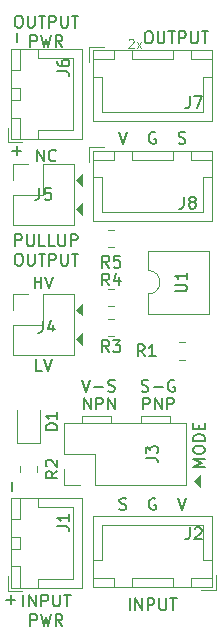
<source format=gto>
G04 #@! TF.GenerationSoftware,KiCad,Pcbnew,5.1.9+dfsg1-1*
G04 #@! TF.CreationDate,2022-11-10T16:03:50+09:00*
G04 #@! TF.ProjectId,din-photocoupler,64696e2d-7068-46f7-946f-636f75706c65,rev?*
G04 #@! TF.SameCoordinates,Original*
G04 #@! TF.FileFunction,Legend,Top*
G04 #@! TF.FilePolarity,Positive*
%FSLAX46Y46*%
G04 Gerber Fmt 4.6, Leading zero omitted, Abs format (unit mm)*
G04 Created by KiCad (PCBNEW 5.1.9+dfsg1-1) date 2022-11-10 16:03:50*
%MOMM*%
%LPD*%
G01*
G04 APERTURE LIST*
%ADD10C,0.100000*%
%ADD11C,0.150000*%
%ADD12C,0.120000*%
%ADD13C,5.700000*%
%ADD14O,2.000000X1.700000*%
%ADD15O,1.700000X1.950000*%
%ADD16R,1.700000X1.700000*%
%ADD17O,1.700000X1.700000*%
%ADD18R,1.600000X1.600000*%
%ADD19O,1.600000X1.600000*%
G04 APERTURE END LIST*
D10*
G36*
X162500000Y-101500000D02*
G01*
X162000000Y-101000000D01*
X162500000Y-100500000D01*
X162500000Y-101500000D01*
G37*
X162500000Y-101500000D02*
X162000000Y-101000000D01*
X162500000Y-100500000D01*
X162500000Y-101500000D01*
X156482142Y-63660714D02*
X156517857Y-63625000D01*
X156589285Y-63589285D01*
X156767857Y-63589285D01*
X156839285Y-63625000D01*
X156875000Y-63660714D01*
X156910714Y-63732142D01*
X156910714Y-63803571D01*
X156875000Y-63910714D01*
X156446428Y-64339285D01*
X156910714Y-64339285D01*
X157160714Y-64339285D02*
X157553571Y-63839285D01*
X157160714Y-63839285D02*
X157553571Y-64339285D01*
D11*
X157595238Y-93404761D02*
X157738095Y-93452380D01*
X157976190Y-93452380D01*
X158071428Y-93404761D01*
X158119047Y-93357142D01*
X158166666Y-93261904D01*
X158166666Y-93166666D01*
X158119047Y-93071428D01*
X158071428Y-93023809D01*
X157976190Y-92976190D01*
X157785714Y-92928571D01*
X157690476Y-92880952D01*
X157642857Y-92833333D01*
X157595238Y-92738095D01*
X157595238Y-92642857D01*
X157642857Y-92547619D01*
X157690476Y-92500000D01*
X157785714Y-92452380D01*
X158023809Y-92452380D01*
X158166666Y-92500000D01*
X158595238Y-93071428D02*
X159357142Y-93071428D01*
X160357142Y-92500000D02*
X160261904Y-92452380D01*
X160119047Y-92452380D01*
X159976190Y-92500000D01*
X159880952Y-92595238D01*
X159833333Y-92690476D01*
X159785714Y-92880952D01*
X159785714Y-93023809D01*
X159833333Y-93214285D01*
X159880952Y-93309523D01*
X159976190Y-93404761D01*
X160119047Y-93452380D01*
X160214285Y-93452380D01*
X160357142Y-93404761D01*
X160404761Y-93357142D01*
X160404761Y-93023809D01*
X160214285Y-93023809D01*
X152571428Y-92452380D02*
X152904761Y-93452380D01*
X153238095Y-92452380D01*
X153571428Y-93071428D02*
X154333333Y-93071428D01*
X154761904Y-93404761D02*
X154904761Y-93452380D01*
X155142857Y-93452380D01*
X155238095Y-93404761D01*
X155285714Y-93357142D01*
X155333333Y-93261904D01*
X155333333Y-93166666D01*
X155285714Y-93071428D01*
X155238095Y-93023809D01*
X155142857Y-92976190D01*
X154952380Y-92928571D01*
X154857142Y-92880952D01*
X154809523Y-92833333D01*
X154761904Y-92738095D01*
X154761904Y-92642857D01*
X154809523Y-92547619D01*
X154857142Y-92500000D01*
X154952380Y-92452380D01*
X155190476Y-92452380D01*
X155333333Y-92500000D01*
X157714285Y-94952380D02*
X157714285Y-93952380D01*
X158095238Y-93952380D01*
X158190476Y-94000000D01*
X158238095Y-94047619D01*
X158285714Y-94142857D01*
X158285714Y-94285714D01*
X158238095Y-94380952D01*
X158190476Y-94428571D01*
X158095238Y-94476190D01*
X157714285Y-94476190D01*
X158714285Y-94952380D02*
X158714285Y-93952380D01*
X159285714Y-94952380D01*
X159285714Y-93952380D01*
X159761904Y-94952380D02*
X159761904Y-93952380D01*
X160142857Y-93952380D01*
X160238095Y-94000000D01*
X160285714Y-94047619D01*
X160333333Y-94142857D01*
X160333333Y-94285714D01*
X160285714Y-94380952D01*
X160238095Y-94428571D01*
X160142857Y-94476190D01*
X159761904Y-94476190D01*
X152690476Y-94952380D02*
X152690476Y-93952380D01*
X153261904Y-94952380D01*
X153261904Y-93952380D01*
X153738095Y-94952380D02*
X153738095Y-93952380D01*
X154119047Y-93952380D01*
X154214285Y-94000000D01*
X154261904Y-94047619D01*
X154309523Y-94142857D01*
X154309523Y-94285714D01*
X154261904Y-94380952D01*
X154214285Y-94428571D01*
X154119047Y-94476190D01*
X153738095Y-94476190D01*
X154738095Y-94952380D02*
X154738095Y-93952380D01*
X155309523Y-94952380D01*
X155309523Y-93952380D01*
D12*
X160000000Y-95500000D02*
X160000000Y-96000000D01*
X157500000Y-95500000D02*
X160000000Y-95500000D01*
X157500000Y-96000000D02*
X157500000Y-95500000D01*
X155000000Y-95500000D02*
X155000000Y-96000000D01*
X152500000Y-95500000D02*
X155000000Y-95500000D01*
X152500000Y-96000000D02*
X152500000Y-95500000D01*
D11*
X146571428Y-101880952D02*
X146571428Y-101119047D01*
X146119047Y-111071428D02*
X146880952Y-111071428D01*
X146500000Y-111452380D02*
X146500000Y-110690476D01*
X155714285Y-103404761D02*
X155857142Y-103452380D01*
X156095238Y-103452380D01*
X156190476Y-103404761D01*
X156238095Y-103357142D01*
X156285714Y-103261904D01*
X156285714Y-103166666D01*
X156238095Y-103071428D01*
X156190476Y-103023809D01*
X156095238Y-102976190D01*
X155904761Y-102928571D01*
X155809523Y-102880952D01*
X155761904Y-102833333D01*
X155714285Y-102738095D01*
X155714285Y-102642857D01*
X155761904Y-102547619D01*
X155809523Y-102500000D01*
X155904761Y-102452380D01*
X156142857Y-102452380D01*
X156285714Y-102500000D01*
X158761904Y-102500000D02*
X158666666Y-102452380D01*
X158523809Y-102452380D01*
X158380952Y-102500000D01*
X158285714Y-102595238D01*
X158238095Y-102690476D01*
X158190476Y-102880952D01*
X158190476Y-103023809D01*
X158238095Y-103214285D01*
X158285714Y-103309523D01*
X158380952Y-103404761D01*
X158523809Y-103452380D01*
X158619047Y-103452380D01*
X158761904Y-103404761D01*
X158809523Y-103357142D01*
X158809523Y-103023809D01*
X158619047Y-103023809D01*
X160666666Y-102452380D02*
X161000000Y-103452380D01*
X161333333Y-102452380D01*
X160714285Y-72404761D02*
X160857142Y-72452380D01*
X161095238Y-72452380D01*
X161190476Y-72404761D01*
X161238095Y-72357142D01*
X161285714Y-72261904D01*
X161285714Y-72166666D01*
X161238095Y-72071428D01*
X161190476Y-72023809D01*
X161095238Y-71976190D01*
X160904761Y-71928571D01*
X160809523Y-71880952D01*
X160761904Y-71833333D01*
X160714285Y-71738095D01*
X160714285Y-71642857D01*
X160761904Y-71547619D01*
X160809523Y-71500000D01*
X160904761Y-71452380D01*
X161142857Y-71452380D01*
X161285714Y-71500000D01*
X158761904Y-71500000D02*
X158666666Y-71452380D01*
X158523809Y-71452380D01*
X158380952Y-71500000D01*
X158285714Y-71595238D01*
X158238095Y-71690476D01*
X158190476Y-71880952D01*
X158190476Y-72023809D01*
X158238095Y-72214285D01*
X158285714Y-72309523D01*
X158380952Y-72404761D01*
X158523809Y-72452380D01*
X158619047Y-72452380D01*
X158761904Y-72404761D01*
X158809523Y-72357142D01*
X158809523Y-72023809D01*
X158619047Y-72023809D01*
X155666666Y-71452380D02*
X156000000Y-72452380D01*
X156333333Y-71452380D01*
D10*
G36*
X152500000Y-89500000D02*
G01*
X152000000Y-89000000D01*
X152500000Y-88500000D01*
X152500000Y-89500000D01*
G37*
X152500000Y-89500000D02*
X152000000Y-89000000D01*
X152500000Y-88500000D01*
X152500000Y-89500000D01*
G36*
X152500000Y-87000000D02*
G01*
X152000000Y-86500000D01*
X152500000Y-86000000D01*
X152500000Y-87000000D01*
G37*
X152500000Y-87000000D02*
X152000000Y-86500000D01*
X152500000Y-86000000D01*
X152500000Y-87000000D01*
G36*
X152500000Y-78500000D02*
G01*
X152000000Y-78000000D01*
X152500000Y-77500000D01*
X152500000Y-78500000D01*
G37*
X152500000Y-78500000D02*
X152000000Y-78000000D01*
X152500000Y-77500000D01*
X152500000Y-78500000D01*
G36*
X152500000Y-76000000D02*
G01*
X152000000Y-75500000D01*
X152500000Y-75000000D01*
X152500000Y-76000000D01*
G37*
X152500000Y-76000000D02*
X152000000Y-75500000D01*
X152500000Y-75000000D01*
X152500000Y-76000000D01*
D11*
X148535714Y-84702380D02*
X148535714Y-83702380D01*
X148535714Y-84178571D02*
X149107142Y-84178571D01*
X149107142Y-84702380D02*
X149107142Y-83702380D01*
X149440476Y-83702380D02*
X149773809Y-84702380D01*
X150107142Y-83702380D01*
X149130952Y-91702380D02*
X148654761Y-91702380D01*
X148654761Y-90702380D01*
X149321428Y-90702380D02*
X149654761Y-91702380D01*
X149988095Y-90702380D01*
X147071428Y-63880952D02*
X147071428Y-63119047D01*
X146619047Y-73071428D02*
X147380952Y-73071428D01*
X147000000Y-73452380D02*
X147000000Y-72690476D01*
X147095238Y-61627380D02*
X147285714Y-61627380D01*
X147380952Y-61675000D01*
X147476190Y-61770238D01*
X147523809Y-61960714D01*
X147523809Y-62294047D01*
X147476190Y-62484523D01*
X147380952Y-62579761D01*
X147285714Y-62627380D01*
X147095238Y-62627380D01*
X147000000Y-62579761D01*
X146904761Y-62484523D01*
X146857142Y-62294047D01*
X146857142Y-61960714D01*
X146904761Y-61770238D01*
X147000000Y-61675000D01*
X147095238Y-61627380D01*
X147952380Y-61627380D02*
X147952380Y-62436904D01*
X148000000Y-62532142D01*
X148047619Y-62579761D01*
X148142857Y-62627380D01*
X148333333Y-62627380D01*
X148428571Y-62579761D01*
X148476190Y-62532142D01*
X148523809Y-62436904D01*
X148523809Y-61627380D01*
X148857142Y-61627380D02*
X149428571Y-61627380D01*
X149142857Y-62627380D02*
X149142857Y-61627380D01*
X149761904Y-62627380D02*
X149761904Y-61627380D01*
X150142857Y-61627380D01*
X150238095Y-61675000D01*
X150285714Y-61722619D01*
X150333333Y-61817857D01*
X150333333Y-61960714D01*
X150285714Y-62055952D01*
X150238095Y-62103571D01*
X150142857Y-62151190D01*
X149761904Y-62151190D01*
X150761904Y-61627380D02*
X150761904Y-62436904D01*
X150809523Y-62532142D01*
X150857142Y-62579761D01*
X150952380Y-62627380D01*
X151142857Y-62627380D01*
X151238095Y-62579761D01*
X151285714Y-62532142D01*
X151333333Y-62436904D01*
X151333333Y-61627380D01*
X151666666Y-61627380D02*
X152238095Y-61627380D01*
X151952380Y-62627380D02*
X151952380Y-61627380D01*
X148166666Y-64277380D02*
X148166666Y-63277380D01*
X148547619Y-63277380D01*
X148642857Y-63325000D01*
X148690476Y-63372619D01*
X148738095Y-63467857D01*
X148738095Y-63610714D01*
X148690476Y-63705952D01*
X148642857Y-63753571D01*
X148547619Y-63801190D01*
X148166666Y-63801190D01*
X149071428Y-63277380D02*
X149309523Y-64277380D01*
X149500000Y-63563095D01*
X149690476Y-64277380D01*
X149928571Y-63277380D01*
X150880952Y-64277380D02*
X150547619Y-63801190D01*
X150309523Y-64277380D02*
X150309523Y-63277380D01*
X150690476Y-63277380D01*
X150785714Y-63325000D01*
X150833333Y-63372619D01*
X150880952Y-63467857D01*
X150880952Y-63610714D01*
X150833333Y-63705952D01*
X150785714Y-63753571D01*
X150690476Y-63801190D01*
X150309523Y-63801190D01*
X147571428Y-111627380D02*
X147571428Y-110627380D01*
X148047619Y-111627380D02*
X148047619Y-110627380D01*
X148619047Y-111627380D01*
X148619047Y-110627380D01*
X149095238Y-111627380D02*
X149095238Y-110627380D01*
X149476190Y-110627380D01*
X149571428Y-110675000D01*
X149619047Y-110722619D01*
X149666666Y-110817857D01*
X149666666Y-110960714D01*
X149619047Y-111055952D01*
X149571428Y-111103571D01*
X149476190Y-111151190D01*
X149095238Y-111151190D01*
X150095238Y-110627380D02*
X150095238Y-111436904D01*
X150142857Y-111532142D01*
X150190476Y-111579761D01*
X150285714Y-111627380D01*
X150476190Y-111627380D01*
X150571428Y-111579761D01*
X150619047Y-111532142D01*
X150666666Y-111436904D01*
X150666666Y-110627380D01*
X151000000Y-110627380D02*
X151571428Y-110627380D01*
X151285714Y-111627380D02*
X151285714Y-110627380D01*
X148166666Y-113277380D02*
X148166666Y-112277380D01*
X148547619Y-112277380D01*
X148642857Y-112325000D01*
X148690476Y-112372619D01*
X148738095Y-112467857D01*
X148738095Y-112610714D01*
X148690476Y-112705952D01*
X148642857Y-112753571D01*
X148547619Y-112801190D01*
X148166666Y-112801190D01*
X149071428Y-112277380D02*
X149309523Y-113277380D01*
X149500000Y-112563095D01*
X149690476Y-113277380D01*
X149928571Y-112277380D01*
X150880952Y-113277380D02*
X150547619Y-112801190D01*
X150309523Y-113277380D02*
X150309523Y-112277380D01*
X150690476Y-112277380D01*
X150785714Y-112325000D01*
X150833333Y-112372619D01*
X150880952Y-112467857D01*
X150880952Y-112610714D01*
X150833333Y-112705952D01*
X150785714Y-112753571D01*
X150690476Y-112801190D01*
X150309523Y-112801190D01*
X156571428Y-111952380D02*
X156571428Y-110952380D01*
X157047619Y-111952380D02*
X157047619Y-110952380D01*
X157619047Y-111952380D01*
X157619047Y-110952380D01*
X158095238Y-111952380D02*
X158095238Y-110952380D01*
X158476190Y-110952380D01*
X158571428Y-111000000D01*
X158619047Y-111047619D01*
X158666666Y-111142857D01*
X158666666Y-111285714D01*
X158619047Y-111380952D01*
X158571428Y-111428571D01*
X158476190Y-111476190D01*
X158095238Y-111476190D01*
X159095238Y-110952380D02*
X159095238Y-111761904D01*
X159142857Y-111857142D01*
X159190476Y-111904761D01*
X159285714Y-111952380D01*
X159476190Y-111952380D01*
X159571428Y-111904761D01*
X159619047Y-111857142D01*
X159666666Y-111761904D01*
X159666666Y-110952380D01*
X160000000Y-110952380D02*
X160571428Y-110952380D01*
X160285714Y-111952380D02*
X160285714Y-110952380D01*
X162952380Y-99809523D02*
X161952380Y-99809523D01*
X162666666Y-99476190D01*
X161952380Y-99142857D01*
X162952380Y-99142857D01*
X161952380Y-98476190D02*
X161952380Y-98285714D01*
X162000000Y-98190476D01*
X162095238Y-98095238D01*
X162285714Y-98047619D01*
X162619047Y-98047619D01*
X162809523Y-98095238D01*
X162904761Y-98190476D01*
X162952380Y-98285714D01*
X162952380Y-98476190D01*
X162904761Y-98571428D01*
X162809523Y-98666666D01*
X162619047Y-98714285D01*
X162285714Y-98714285D01*
X162095238Y-98666666D01*
X162000000Y-98571428D01*
X161952380Y-98476190D01*
X162952380Y-97619047D02*
X161952380Y-97619047D01*
X161952380Y-97380952D01*
X162000000Y-97238095D01*
X162095238Y-97142857D01*
X162190476Y-97095238D01*
X162380952Y-97047619D01*
X162523809Y-97047619D01*
X162714285Y-97095238D01*
X162809523Y-97142857D01*
X162904761Y-97238095D01*
X162952380Y-97380952D01*
X162952380Y-97619047D01*
X162428571Y-96619047D02*
X162428571Y-96285714D01*
X162952380Y-96142857D02*
X162952380Y-96619047D01*
X161952380Y-96619047D01*
X161952380Y-96142857D01*
X158095238Y-62952380D02*
X158285714Y-62952380D01*
X158380952Y-63000000D01*
X158476190Y-63095238D01*
X158523809Y-63285714D01*
X158523809Y-63619047D01*
X158476190Y-63809523D01*
X158380952Y-63904761D01*
X158285714Y-63952380D01*
X158095238Y-63952380D01*
X158000000Y-63904761D01*
X157904761Y-63809523D01*
X157857142Y-63619047D01*
X157857142Y-63285714D01*
X157904761Y-63095238D01*
X158000000Y-63000000D01*
X158095238Y-62952380D01*
X158952380Y-62952380D02*
X158952380Y-63761904D01*
X159000000Y-63857142D01*
X159047619Y-63904761D01*
X159142857Y-63952380D01*
X159333333Y-63952380D01*
X159428571Y-63904761D01*
X159476190Y-63857142D01*
X159523809Y-63761904D01*
X159523809Y-62952380D01*
X159857142Y-62952380D02*
X160428571Y-62952380D01*
X160142857Y-63952380D02*
X160142857Y-62952380D01*
X160761904Y-63952380D02*
X160761904Y-62952380D01*
X161142857Y-62952380D01*
X161238095Y-63000000D01*
X161285714Y-63047619D01*
X161333333Y-63142857D01*
X161333333Y-63285714D01*
X161285714Y-63380952D01*
X161238095Y-63428571D01*
X161142857Y-63476190D01*
X160761904Y-63476190D01*
X161761904Y-62952380D02*
X161761904Y-63761904D01*
X161809523Y-63857142D01*
X161857142Y-63904761D01*
X161952380Y-63952380D01*
X162142857Y-63952380D01*
X162238095Y-63904761D01*
X162285714Y-63857142D01*
X162333333Y-63761904D01*
X162333333Y-62952380D01*
X162666666Y-62952380D02*
X163238095Y-62952380D01*
X162952380Y-63952380D02*
X162952380Y-62952380D01*
X146880952Y-81127380D02*
X146880952Y-80127380D01*
X147261904Y-80127380D01*
X147357142Y-80175000D01*
X147404761Y-80222619D01*
X147452380Y-80317857D01*
X147452380Y-80460714D01*
X147404761Y-80555952D01*
X147357142Y-80603571D01*
X147261904Y-80651190D01*
X146880952Y-80651190D01*
X147880952Y-80127380D02*
X147880952Y-80936904D01*
X147928571Y-81032142D01*
X147976190Y-81079761D01*
X148071428Y-81127380D01*
X148261904Y-81127380D01*
X148357142Y-81079761D01*
X148404761Y-81032142D01*
X148452380Y-80936904D01*
X148452380Y-80127380D01*
X149404761Y-81127380D02*
X148928571Y-81127380D01*
X148928571Y-80127380D01*
X150214285Y-81127380D02*
X149738095Y-81127380D01*
X149738095Y-80127380D01*
X150547619Y-80127380D02*
X150547619Y-80936904D01*
X150595238Y-81032142D01*
X150642857Y-81079761D01*
X150738095Y-81127380D01*
X150928571Y-81127380D01*
X151023809Y-81079761D01*
X151071428Y-81032142D01*
X151119047Y-80936904D01*
X151119047Y-80127380D01*
X151595238Y-81127380D02*
X151595238Y-80127380D01*
X151976190Y-80127380D01*
X152071428Y-80175000D01*
X152119047Y-80222619D01*
X152166666Y-80317857D01*
X152166666Y-80460714D01*
X152119047Y-80555952D01*
X152071428Y-80603571D01*
X151976190Y-80651190D01*
X151595238Y-80651190D01*
X147095238Y-81777380D02*
X147285714Y-81777380D01*
X147380952Y-81825000D01*
X147476190Y-81920238D01*
X147523809Y-82110714D01*
X147523809Y-82444047D01*
X147476190Y-82634523D01*
X147380952Y-82729761D01*
X147285714Y-82777380D01*
X147095238Y-82777380D01*
X147000000Y-82729761D01*
X146904761Y-82634523D01*
X146857142Y-82444047D01*
X146857142Y-82110714D01*
X146904761Y-81920238D01*
X147000000Y-81825000D01*
X147095238Y-81777380D01*
X147952380Y-81777380D02*
X147952380Y-82586904D01*
X148000000Y-82682142D01*
X148047619Y-82729761D01*
X148142857Y-82777380D01*
X148333333Y-82777380D01*
X148428571Y-82729761D01*
X148476190Y-82682142D01*
X148523809Y-82586904D01*
X148523809Y-81777380D01*
X148857142Y-81777380D02*
X149428571Y-81777380D01*
X149142857Y-82777380D02*
X149142857Y-81777380D01*
X149761904Y-82777380D02*
X149761904Y-81777380D01*
X150142857Y-81777380D01*
X150238095Y-81825000D01*
X150285714Y-81872619D01*
X150333333Y-81967857D01*
X150333333Y-82110714D01*
X150285714Y-82205952D01*
X150238095Y-82253571D01*
X150142857Y-82301190D01*
X149761904Y-82301190D01*
X150761904Y-81777380D02*
X150761904Y-82586904D01*
X150809523Y-82682142D01*
X150857142Y-82729761D01*
X150952380Y-82777380D01*
X151142857Y-82777380D01*
X151238095Y-82729761D01*
X151285714Y-82682142D01*
X151333333Y-82586904D01*
X151333333Y-81777380D01*
X151666666Y-81777380D02*
X152238095Y-81777380D01*
X151952380Y-82777380D02*
X151952380Y-81777380D01*
X148714285Y-73952380D02*
X148714285Y-72952380D01*
X149285714Y-73952380D01*
X149285714Y-72952380D01*
X150333333Y-73857142D02*
X150285714Y-73904761D01*
X150142857Y-73952380D01*
X150047619Y-73952380D01*
X149904761Y-73904761D01*
X149809523Y-73809523D01*
X149761904Y-73714285D01*
X149714285Y-73523809D01*
X149714285Y-73380952D01*
X149761904Y-73190476D01*
X149809523Y-73095238D01*
X149904761Y-73000000D01*
X150047619Y-72952380D01*
X150142857Y-72952380D01*
X150285714Y-73000000D01*
X150333333Y-73047619D01*
D12*
X148960000Y-97835000D02*
X148960000Y-94975000D01*
X147040000Y-97835000D02*
X148960000Y-97835000D01*
X147040000Y-94975000D02*
X147040000Y-97835000D01*
X146250000Y-110350000D02*
X147500000Y-110350000D01*
X146250000Y-109100000D02*
X146250000Y-110350000D01*
X151750000Y-103200000D02*
X151750000Y-106250000D01*
X148800000Y-103200000D02*
X151750000Y-103200000D01*
X148800000Y-102450000D02*
X148800000Y-103200000D01*
X151750000Y-109300000D02*
X151750000Y-106250000D01*
X148800000Y-109300000D02*
X151750000Y-109300000D01*
X148800000Y-110050000D02*
X148800000Y-109300000D01*
X146550000Y-102450000D02*
X146550000Y-104250000D01*
X147300000Y-102450000D02*
X146550000Y-102450000D01*
X147300000Y-104250000D02*
X147300000Y-102450000D01*
X146550000Y-104250000D02*
X147300000Y-104250000D01*
X146550000Y-108250000D02*
X146550000Y-110050000D01*
X147300000Y-108250000D02*
X146550000Y-108250000D01*
X147300000Y-110050000D02*
X147300000Y-108250000D01*
X146550000Y-110050000D02*
X147300000Y-110050000D01*
X146550000Y-105750000D02*
X146550000Y-106750000D01*
X147300000Y-105750000D02*
X146550000Y-105750000D01*
X147300000Y-106750000D02*
X147300000Y-105750000D01*
X146550000Y-106750000D02*
X147300000Y-106750000D01*
X146540000Y-102440000D02*
X146540000Y-110060000D01*
X152510000Y-102440000D02*
X146540000Y-102440000D01*
X152510000Y-110060000D02*
X152510000Y-102440000D01*
X146540000Y-110060000D02*
X152510000Y-110060000D01*
X163560000Y-109960000D02*
X163560000Y-103990000D01*
X163560000Y-103990000D02*
X153440000Y-103990000D01*
X153440000Y-103990000D02*
X153440000Y-109960000D01*
X153440000Y-109960000D02*
X163560000Y-109960000D01*
X160250000Y-109950000D02*
X160250000Y-109200000D01*
X160250000Y-109200000D02*
X156750000Y-109200000D01*
X156750000Y-109200000D02*
X156750000Y-109950000D01*
X156750000Y-109950000D02*
X160250000Y-109950000D01*
X163550000Y-109950000D02*
X163550000Y-109200000D01*
X163550000Y-109200000D02*
X161750000Y-109200000D01*
X161750000Y-109200000D02*
X161750000Y-109950000D01*
X161750000Y-109950000D02*
X163550000Y-109950000D01*
X155250000Y-109950000D02*
X155250000Y-109200000D01*
X155250000Y-109200000D02*
X153450000Y-109200000D01*
X153450000Y-109200000D02*
X153450000Y-109950000D01*
X153450000Y-109950000D02*
X155250000Y-109950000D01*
X163550000Y-107700000D02*
X162800000Y-107700000D01*
X162800000Y-107700000D02*
X162800000Y-104750000D01*
X162800000Y-104750000D02*
X158500000Y-104750000D01*
X153450000Y-107700000D02*
X154200000Y-107700000D01*
X154200000Y-107700000D02*
X154200000Y-104750000D01*
X154200000Y-104750000D02*
X158500000Y-104750000D01*
X162600000Y-110250000D02*
X163850000Y-110250000D01*
X163850000Y-110250000D02*
X163850000Y-109000000D01*
X151050000Y-101330000D02*
X151050000Y-100000000D01*
X152380000Y-101330000D02*
X151050000Y-101330000D01*
X151050000Y-98730000D02*
X151050000Y-96130000D01*
X153650000Y-98730000D02*
X151050000Y-98730000D01*
X153650000Y-101330000D02*
X153650000Y-98730000D01*
X151050000Y-96130000D02*
X161330000Y-96130000D01*
X153650000Y-101330000D02*
X161330000Y-101330000D01*
X161330000Y-101330000D02*
X161330000Y-96130000D01*
X146670000Y-85170000D02*
X148000000Y-85170000D01*
X146670000Y-86500000D02*
X146670000Y-85170000D01*
X149270000Y-85170000D02*
X151870000Y-85170000D01*
X149270000Y-87770000D02*
X149270000Y-85170000D01*
X146670000Y-87770000D02*
X149270000Y-87770000D01*
X151870000Y-85170000D02*
X151870000Y-90370000D01*
X146670000Y-87770000D02*
X146670000Y-90370000D01*
X146670000Y-90370000D02*
X151870000Y-90370000D01*
X146670000Y-79370000D02*
X151870000Y-79370000D01*
X146670000Y-76770000D02*
X146670000Y-79370000D01*
X151870000Y-74170000D02*
X151870000Y-79370000D01*
X146670000Y-76770000D02*
X149270000Y-76770000D01*
X149270000Y-76770000D02*
X149270000Y-74170000D01*
X149270000Y-74170000D02*
X151870000Y-74170000D01*
X146670000Y-75500000D02*
X146670000Y-74170000D01*
X146670000Y-74170000D02*
X148000000Y-74170000D01*
X146540000Y-72060000D02*
X152510000Y-72060000D01*
X152510000Y-72060000D02*
X152510000Y-64440000D01*
X152510000Y-64440000D02*
X146540000Y-64440000D01*
X146540000Y-64440000D02*
X146540000Y-72060000D01*
X146550000Y-68750000D02*
X147300000Y-68750000D01*
X147300000Y-68750000D02*
X147300000Y-67750000D01*
X147300000Y-67750000D02*
X146550000Y-67750000D01*
X146550000Y-67750000D02*
X146550000Y-68750000D01*
X146550000Y-72050000D02*
X147300000Y-72050000D01*
X147300000Y-72050000D02*
X147300000Y-70250000D01*
X147300000Y-70250000D02*
X146550000Y-70250000D01*
X146550000Y-70250000D02*
X146550000Y-72050000D01*
X146550000Y-66250000D02*
X147300000Y-66250000D01*
X147300000Y-66250000D02*
X147300000Y-64450000D01*
X147300000Y-64450000D02*
X146550000Y-64450000D01*
X146550000Y-64450000D02*
X146550000Y-66250000D01*
X148800000Y-72050000D02*
X148800000Y-71300000D01*
X148800000Y-71300000D02*
X151750000Y-71300000D01*
X151750000Y-71300000D02*
X151750000Y-68250000D01*
X148800000Y-64450000D02*
X148800000Y-65200000D01*
X148800000Y-65200000D02*
X151750000Y-65200000D01*
X151750000Y-65200000D02*
X151750000Y-68250000D01*
X146250000Y-71100000D02*
X146250000Y-72350000D01*
X146250000Y-72350000D02*
X147500000Y-72350000D01*
X153150000Y-64250000D02*
X153150000Y-65500000D01*
X154400000Y-64250000D02*
X153150000Y-64250000D01*
X162800000Y-69750000D02*
X158500000Y-69750000D01*
X162800000Y-66800000D02*
X162800000Y-69750000D01*
X163550000Y-66800000D02*
X162800000Y-66800000D01*
X154200000Y-69750000D02*
X158500000Y-69750000D01*
X154200000Y-66800000D02*
X154200000Y-69750000D01*
X153450000Y-66800000D02*
X154200000Y-66800000D01*
X163550000Y-64550000D02*
X161750000Y-64550000D01*
X163550000Y-65300000D02*
X163550000Y-64550000D01*
X161750000Y-65300000D02*
X163550000Y-65300000D01*
X161750000Y-64550000D02*
X161750000Y-65300000D01*
X155250000Y-64550000D02*
X153450000Y-64550000D01*
X155250000Y-65300000D02*
X155250000Y-64550000D01*
X153450000Y-65300000D02*
X155250000Y-65300000D01*
X153450000Y-64550000D02*
X153450000Y-65300000D01*
X160250000Y-64550000D02*
X156750000Y-64550000D01*
X160250000Y-65300000D02*
X160250000Y-64550000D01*
X156750000Y-65300000D02*
X160250000Y-65300000D01*
X156750000Y-64550000D02*
X156750000Y-65300000D01*
X163560000Y-64540000D02*
X153440000Y-64540000D01*
X163560000Y-70510000D02*
X163560000Y-64540000D01*
X153440000Y-70510000D02*
X163560000Y-70510000D01*
X153440000Y-64540000D02*
X153440000Y-70510000D01*
X161227064Y-90735000D02*
X160772936Y-90735000D01*
X161227064Y-89265000D02*
X160772936Y-89265000D01*
X148735000Y-100227064D02*
X148735000Y-99772936D01*
X147265000Y-100227064D02*
X147265000Y-99772936D01*
X155227064Y-88735000D02*
X154772936Y-88735000D01*
X155227064Y-87265000D02*
X154772936Y-87265000D01*
X155227064Y-84765000D02*
X154772936Y-84765000D01*
X155227064Y-86235000D02*
X154772936Y-86235000D01*
X154772936Y-81235000D02*
X155227064Y-81235000D01*
X154772936Y-79765000D02*
X155227064Y-79765000D01*
X158130000Y-81540000D02*
X158130000Y-83190000D01*
X163330000Y-81540000D02*
X158130000Y-81540000D01*
X163330000Y-86840000D02*
X163330000Y-81540000D01*
X158130000Y-86840000D02*
X163330000Y-86840000D01*
X158130000Y-85190000D02*
X158130000Y-86840000D01*
X158130000Y-83190000D02*
G75*
G02*
X158130000Y-85190000I0J-1000000D01*
G01*
X153150000Y-72750000D02*
X153150000Y-74000000D01*
X154400000Y-72750000D02*
X153150000Y-72750000D01*
X162800000Y-78250000D02*
X158500000Y-78250000D01*
X162800000Y-75300000D02*
X162800000Y-78250000D01*
X163550000Y-75300000D02*
X162800000Y-75300000D01*
X154200000Y-78250000D02*
X158500000Y-78250000D01*
X154200000Y-75300000D02*
X154200000Y-78250000D01*
X153450000Y-75300000D02*
X154200000Y-75300000D01*
X163550000Y-73050000D02*
X161750000Y-73050000D01*
X163550000Y-73800000D02*
X163550000Y-73050000D01*
X161750000Y-73800000D02*
X163550000Y-73800000D01*
X161750000Y-73050000D02*
X161750000Y-73800000D01*
X155250000Y-73050000D02*
X153450000Y-73050000D01*
X155250000Y-73800000D02*
X155250000Y-73050000D01*
X153450000Y-73800000D02*
X155250000Y-73800000D01*
X153450000Y-73050000D02*
X153450000Y-73800000D01*
X160250000Y-73050000D02*
X156750000Y-73050000D01*
X160250000Y-73800000D02*
X160250000Y-73050000D01*
X156750000Y-73800000D02*
X160250000Y-73800000D01*
X156750000Y-73050000D02*
X156750000Y-73800000D01*
X163560000Y-73040000D02*
X153440000Y-73040000D01*
X163560000Y-79010000D02*
X163560000Y-73040000D01*
X153440000Y-79010000D02*
X163560000Y-79010000D01*
X153440000Y-73040000D02*
X153440000Y-79010000D01*
D11*
X150452380Y-96713095D02*
X149452380Y-96713095D01*
X149452380Y-96475000D01*
X149500000Y-96332142D01*
X149595238Y-96236904D01*
X149690476Y-96189285D01*
X149880952Y-96141666D01*
X150023809Y-96141666D01*
X150214285Y-96189285D01*
X150309523Y-96236904D01*
X150404761Y-96332142D01*
X150452380Y-96475000D01*
X150452380Y-96713095D01*
X150452380Y-95189285D02*
X150452380Y-95760714D01*
X150452380Y-95475000D02*
X149452380Y-95475000D01*
X149595238Y-95570238D01*
X149690476Y-95665476D01*
X149738095Y-95760714D01*
X150452380Y-104833333D02*
X151166666Y-104833333D01*
X151309523Y-104880952D01*
X151404761Y-104976190D01*
X151452380Y-105119047D01*
X151452380Y-105214285D01*
X151452380Y-103833333D02*
X151452380Y-104404761D01*
X151452380Y-104119047D02*
X150452380Y-104119047D01*
X150595238Y-104214285D01*
X150690476Y-104309523D01*
X150738095Y-104404761D01*
X161666666Y-104952380D02*
X161666666Y-105666666D01*
X161619047Y-105809523D01*
X161523809Y-105904761D01*
X161380952Y-105952380D01*
X161285714Y-105952380D01*
X162095238Y-105047619D02*
X162142857Y-105000000D01*
X162238095Y-104952380D01*
X162476190Y-104952380D01*
X162571428Y-105000000D01*
X162619047Y-105047619D01*
X162666666Y-105142857D01*
X162666666Y-105238095D01*
X162619047Y-105380952D01*
X162047619Y-105952380D01*
X162666666Y-105952380D01*
X157952380Y-99063333D02*
X158666666Y-99063333D01*
X158809523Y-99110952D01*
X158904761Y-99206190D01*
X158952380Y-99349047D01*
X158952380Y-99444285D01*
X157952380Y-98682380D02*
X157952380Y-98063333D01*
X158333333Y-98396666D01*
X158333333Y-98253809D01*
X158380952Y-98158571D01*
X158428571Y-98110952D01*
X158523809Y-98063333D01*
X158761904Y-98063333D01*
X158857142Y-98110952D01*
X158904761Y-98158571D01*
X158952380Y-98253809D01*
X158952380Y-98539523D01*
X158904761Y-98634761D01*
X158857142Y-98682380D01*
X149206666Y-87452380D02*
X149206666Y-88166666D01*
X149159047Y-88309523D01*
X149063809Y-88404761D01*
X148920952Y-88452380D01*
X148825714Y-88452380D01*
X150111428Y-87785714D02*
X150111428Y-88452380D01*
X149873333Y-87404761D02*
X149635238Y-88119047D01*
X150254285Y-88119047D01*
X148936666Y-76222380D02*
X148936666Y-76936666D01*
X148889047Y-77079523D01*
X148793809Y-77174761D01*
X148650952Y-77222380D01*
X148555714Y-77222380D01*
X149889047Y-76222380D02*
X149412857Y-76222380D01*
X149365238Y-76698571D01*
X149412857Y-76650952D01*
X149508095Y-76603333D01*
X149746190Y-76603333D01*
X149841428Y-76650952D01*
X149889047Y-76698571D01*
X149936666Y-76793809D01*
X149936666Y-77031904D01*
X149889047Y-77127142D01*
X149841428Y-77174761D01*
X149746190Y-77222380D01*
X149508095Y-77222380D01*
X149412857Y-77174761D01*
X149365238Y-77127142D01*
X150452380Y-66333333D02*
X151166666Y-66333333D01*
X151309523Y-66380952D01*
X151404761Y-66476190D01*
X151452380Y-66619047D01*
X151452380Y-66714285D01*
X150452380Y-65428571D02*
X150452380Y-65619047D01*
X150500000Y-65714285D01*
X150547619Y-65761904D01*
X150690476Y-65857142D01*
X150880952Y-65904761D01*
X151261904Y-65904761D01*
X151357142Y-65857142D01*
X151404761Y-65809523D01*
X151452380Y-65714285D01*
X151452380Y-65523809D01*
X151404761Y-65428571D01*
X151357142Y-65380952D01*
X151261904Y-65333333D01*
X151023809Y-65333333D01*
X150928571Y-65380952D01*
X150880952Y-65428571D01*
X150833333Y-65523809D01*
X150833333Y-65714285D01*
X150880952Y-65809523D01*
X150928571Y-65857142D01*
X151023809Y-65904761D01*
X161666666Y-68452380D02*
X161666666Y-69166666D01*
X161619047Y-69309523D01*
X161523809Y-69404761D01*
X161380952Y-69452380D01*
X161285714Y-69452380D01*
X162047619Y-68452380D02*
X162714285Y-68452380D01*
X162285714Y-69452380D01*
X157833333Y-90452380D02*
X157500000Y-89976190D01*
X157261904Y-90452380D02*
X157261904Y-89452380D01*
X157642857Y-89452380D01*
X157738095Y-89500000D01*
X157785714Y-89547619D01*
X157833333Y-89642857D01*
X157833333Y-89785714D01*
X157785714Y-89880952D01*
X157738095Y-89928571D01*
X157642857Y-89976190D01*
X157261904Y-89976190D01*
X158785714Y-90452380D02*
X158214285Y-90452380D01*
X158500000Y-90452380D02*
X158500000Y-89452380D01*
X158404761Y-89595238D01*
X158309523Y-89690476D01*
X158214285Y-89738095D01*
X150452380Y-100166666D02*
X149976190Y-100500000D01*
X150452380Y-100738095D02*
X149452380Y-100738095D01*
X149452380Y-100357142D01*
X149500000Y-100261904D01*
X149547619Y-100214285D01*
X149642857Y-100166666D01*
X149785714Y-100166666D01*
X149880952Y-100214285D01*
X149928571Y-100261904D01*
X149976190Y-100357142D01*
X149976190Y-100738095D01*
X149547619Y-99785714D02*
X149500000Y-99738095D01*
X149452380Y-99642857D01*
X149452380Y-99404761D01*
X149500000Y-99309523D01*
X149547619Y-99261904D01*
X149642857Y-99214285D01*
X149738095Y-99214285D01*
X149880952Y-99261904D01*
X150452380Y-99833333D01*
X150452380Y-99214285D01*
X154833333Y-90102380D02*
X154500000Y-89626190D01*
X154261904Y-90102380D02*
X154261904Y-89102380D01*
X154642857Y-89102380D01*
X154738095Y-89150000D01*
X154785714Y-89197619D01*
X154833333Y-89292857D01*
X154833333Y-89435714D01*
X154785714Y-89530952D01*
X154738095Y-89578571D01*
X154642857Y-89626190D01*
X154261904Y-89626190D01*
X155166666Y-89102380D02*
X155785714Y-89102380D01*
X155452380Y-89483333D01*
X155595238Y-89483333D01*
X155690476Y-89530952D01*
X155738095Y-89578571D01*
X155785714Y-89673809D01*
X155785714Y-89911904D01*
X155738095Y-90007142D01*
X155690476Y-90054761D01*
X155595238Y-90102380D01*
X155309523Y-90102380D01*
X155214285Y-90054761D01*
X155166666Y-90007142D01*
X154833333Y-84452380D02*
X154500000Y-83976190D01*
X154261904Y-84452380D02*
X154261904Y-83452380D01*
X154642857Y-83452380D01*
X154738095Y-83500000D01*
X154785714Y-83547619D01*
X154833333Y-83642857D01*
X154833333Y-83785714D01*
X154785714Y-83880952D01*
X154738095Y-83928571D01*
X154642857Y-83976190D01*
X154261904Y-83976190D01*
X155690476Y-83785714D02*
X155690476Y-84452380D01*
X155452380Y-83404761D02*
X155214285Y-84119047D01*
X155833333Y-84119047D01*
X154833333Y-82952380D02*
X154500000Y-82476190D01*
X154261904Y-82952380D02*
X154261904Y-81952380D01*
X154642857Y-81952380D01*
X154738095Y-82000000D01*
X154785714Y-82047619D01*
X154833333Y-82142857D01*
X154833333Y-82285714D01*
X154785714Y-82380952D01*
X154738095Y-82428571D01*
X154642857Y-82476190D01*
X154261904Y-82476190D01*
X155738095Y-81952380D02*
X155261904Y-81952380D01*
X155214285Y-82428571D01*
X155261904Y-82380952D01*
X155357142Y-82333333D01*
X155595238Y-82333333D01*
X155690476Y-82380952D01*
X155738095Y-82428571D01*
X155785714Y-82523809D01*
X155785714Y-82761904D01*
X155738095Y-82857142D01*
X155690476Y-82904761D01*
X155595238Y-82952380D01*
X155357142Y-82952380D01*
X155261904Y-82904761D01*
X155214285Y-82857142D01*
X160412380Y-84951904D02*
X161221904Y-84951904D01*
X161317142Y-84904285D01*
X161364761Y-84856666D01*
X161412380Y-84761428D01*
X161412380Y-84570952D01*
X161364761Y-84475714D01*
X161317142Y-84428095D01*
X161221904Y-84380476D01*
X160412380Y-84380476D01*
X161412380Y-83380476D02*
X161412380Y-83951904D01*
X161412380Y-83666190D02*
X160412380Y-83666190D01*
X160555238Y-83761428D01*
X160650476Y-83856666D01*
X160698095Y-83951904D01*
X161166666Y-76952380D02*
X161166666Y-77666666D01*
X161119047Y-77809523D01*
X161023809Y-77904761D01*
X160880952Y-77952380D01*
X160785714Y-77952380D01*
X161785714Y-77380952D02*
X161690476Y-77333333D01*
X161642857Y-77285714D01*
X161595238Y-77190476D01*
X161595238Y-77142857D01*
X161642857Y-77047619D01*
X161690476Y-77000000D01*
X161785714Y-76952380D01*
X161976190Y-76952380D01*
X162071428Y-77000000D01*
X162119047Y-77047619D01*
X162166666Y-77142857D01*
X162166666Y-77190476D01*
X162119047Y-77285714D01*
X162071428Y-77333333D01*
X161976190Y-77380952D01*
X161785714Y-77380952D01*
X161690476Y-77428571D01*
X161642857Y-77476190D01*
X161595238Y-77571428D01*
X161595238Y-77761904D01*
X161642857Y-77857142D01*
X161690476Y-77904761D01*
X161785714Y-77952380D01*
X161976190Y-77952380D01*
X162071428Y-77904761D01*
X162119047Y-77857142D01*
X162166666Y-77761904D01*
X162166666Y-77571428D01*
X162119047Y-77476190D01*
X162071428Y-77428571D01*
X161976190Y-77380952D01*
%LPC*%
D13*
X155000000Y-115000000D03*
X155000000Y-60000000D03*
G36*
G01*
X148450001Y-97575000D02*
X147549999Y-97575000D01*
G75*
G02*
X147300000Y-97325001I0J249999D01*
G01*
X147300000Y-96674999D01*
G75*
G02*
X147549999Y-96425000I249999J0D01*
G01*
X148450001Y-96425000D01*
G75*
G02*
X148700000Y-96674999I0J-249999D01*
G01*
X148700000Y-97325001D01*
G75*
G02*
X148450001Y-97575000I-249999J0D01*
G01*
G37*
G36*
G01*
X148450001Y-95525000D02*
X147549999Y-95525000D01*
G75*
G02*
X147300000Y-95275001I0J249999D01*
G01*
X147300000Y-94624999D01*
G75*
G02*
X147549999Y-94375000I249999J0D01*
G01*
X148450001Y-94375000D01*
G75*
G02*
X148700000Y-94624999I0J-249999D01*
G01*
X148700000Y-95275001D01*
G75*
G02*
X148450001Y-95525000I-249999J0D01*
G01*
G37*
G36*
G01*
X149750000Y-108350000D02*
X148250000Y-108350000D01*
G75*
G02*
X148000000Y-108100000I0J250000D01*
G01*
X148000000Y-106900000D01*
G75*
G02*
X148250000Y-106650000I250000J0D01*
G01*
X149750000Y-106650000D01*
G75*
G02*
X150000000Y-106900000I0J-250000D01*
G01*
X150000000Y-108100000D01*
G75*
G02*
X149750000Y-108350000I-250000J0D01*
G01*
G37*
D14*
X149000000Y-105000000D03*
D15*
X156000000Y-107500000D03*
X158500000Y-107500000D03*
G36*
G01*
X161850000Y-106775000D02*
X161850000Y-108225000D01*
G75*
G02*
X161600000Y-108475000I-250000J0D01*
G01*
X160400000Y-108475000D01*
G75*
G02*
X160150000Y-108225000I0J250000D01*
G01*
X160150000Y-106775000D01*
G75*
G02*
X160400000Y-106525000I250000J0D01*
G01*
X161600000Y-106525000D01*
G75*
G02*
X161850000Y-106775000I0J-250000D01*
G01*
G37*
D16*
X152380000Y-100000000D03*
D17*
X152380000Y-97460000D03*
X154920000Y-100000000D03*
X154920000Y-97460000D03*
X157460000Y-100000000D03*
X157460000Y-97460000D03*
X160000000Y-100000000D03*
X160000000Y-97460000D03*
D16*
X148000000Y-86500000D03*
D17*
X150540000Y-86500000D03*
X148000000Y-89040000D03*
X150540000Y-89040000D03*
X150540000Y-78040000D03*
X148000000Y-78040000D03*
X150540000Y-75500000D03*
D16*
X148000000Y-75500000D03*
D14*
X149000000Y-67000000D03*
G36*
G01*
X149750000Y-70350000D02*
X148250000Y-70350000D01*
G75*
G02*
X148000000Y-70100000I0J250000D01*
G01*
X148000000Y-68900000D01*
G75*
G02*
X148250000Y-68650000I250000J0D01*
G01*
X149750000Y-68650000D01*
G75*
G02*
X150000000Y-68900000I0J-250000D01*
G01*
X150000000Y-70100000D01*
G75*
G02*
X149750000Y-70350000I-250000J0D01*
G01*
G37*
G36*
G01*
X155150000Y-67725000D02*
X155150000Y-66275000D01*
G75*
G02*
X155400000Y-66025000I250000J0D01*
G01*
X156600000Y-66025000D01*
G75*
G02*
X156850000Y-66275000I0J-250000D01*
G01*
X156850000Y-67725000D01*
G75*
G02*
X156600000Y-67975000I-250000J0D01*
G01*
X155400000Y-67975000D01*
G75*
G02*
X155150000Y-67725000I0J250000D01*
G01*
G37*
D15*
X158500000Y-67000000D03*
X161000000Y-67000000D03*
G36*
G01*
X160600000Y-89549999D02*
X160600000Y-90450001D01*
G75*
G02*
X160350001Y-90700000I-249999J0D01*
G01*
X159649999Y-90700000D01*
G75*
G02*
X159400000Y-90450001I0J249999D01*
G01*
X159400000Y-89549999D01*
G75*
G02*
X159649999Y-89300000I249999J0D01*
G01*
X160350001Y-89300000D01*
G75*
G02*
X160600000Y-89549999I0J-249999D01*
G01*
G37*
G36*
G01*
X162600000Y-89549999D02*
X162600000Y-90450001D01*
G75*
G02*
X162350001Y-90700000I-249999J0D01*
G01*
X161649999Y-90700000D01*
G75*
G02*
X161400000Y-90450001I0J249999D01*
G01*
X161400000Y-89549999D01*
G75*
G02*
X161649999Y-89300000I249999J0D01*
G01*
X162350001Y-89300000D01*
G75*
G02*
X162600000Y-89549999I0J-249999D01*
G01*
G37*
G36*
G01*
X148450001Y-101600000D02*
X147549999Y-101600000D01*
G75*
G02*
X147300000Y-101350001I0J249999D01*
G01*
X147300000Y-100649999D01*
G75*
G02*
X147549999Y-100400000I249999J0D01*
G01*
X148450001Y-100400000D01*
G75*
G02*
X148700000Y-100649999I0J-249999D01*
G01*
X148700000Y-101350001D01*
G75*
G02*
X148450001Y-101600000I-249999J0D01*
G01*
G37*
G36*
G01*
X148450001Y-99600000D02*
X147549999Y-99600000D01*
G75*
G02*
X147300000Y-99350001I0J249999D01*
G01*
X147300000Y-98649999D01*
G75*
G02*
X147549999Y-98400000I249999J0D01*
G01*
X148450001Y-98400000D01*
G75*
G02*
X148700000Y-98649999I0J-249999D01*
G01*
X148700000Y-99350001D01*
G75*
G02*
X148450001Y-99600000I-249999J0D01*
G01*
G37*
G36*
G01*
X154600000Y-87549999D02*
X154600000Y-88450001D01*
G75*
G02*
X154350001Y-88700000I-249999J0D01*
G01*
X153649999Y-88700000D01*
G75*
G02*
X153400000Y-88450001I0J249999D01*
G01*
X153400000Y-87549999D01*
G75*
G02*
X153649999Y-87300000I249999J0D01*
G01*
X154350001Y-87300000D01*
G75*
G02*
X154600000Y-87549999I0J-249999D01*
G01*
G37*
G36*
G01*
X156600000Y-87549999D02*
X156600000Y-88450001D01*
G75*
G02*
X156350001Y-88700000I-249999J0D01*
G01*
X155649999Y-88700000D01*
G75*
G02*
X155400000Y-88450001I0J249999D01*
G01*
X155400000Y-87549999D01*
G75*
G02*
X155649999Y-87300000I249999J0D01*
G01*
X156350001Y-87300000D01*
G75*
G02*
X156600000Y-87549999I0J-249999D01*
G01*
G37*
G36*
G01*
X156600000Y-85049999D02*
X156600000Y-85950001D01*
G75*
G02*
X156350001Y-86200000I-249999J0D01*
G01*
X155649999Y-86200000D01*
G75*
G02*
X155400000Y-85950001I0J249999D01*
G01*
X155400000Y-85049999D01*
G75*
G02*
X155649999Y-84800000I249999J0D01*
G01*
X156350001Y-84800000D01*
G75*
G02*
X156600000Y-85049999I0J-249999D01*
G01*
G37*
G36*
G01*
X154600000Y-85049999D02*
X154600000Y-85950001D01*
G75*
G02*
X154350001Y-86200000I-249999J0D01*
G01*
X153649999Y-86200000D01*
G75*
G02*
X153400000Y-85950001I0J249999D01*
G01*
X153400000Y-85049999D01*
G75*
G02*
X153649999Y-84800000I249999J0D01*
G01*
X154350001Y-84800000D01*
G75*
G02*
X154600000Y-85049999I0J-249999D01*
G01*
G37*
G36*
G01*
X153400000Y-80950001D02*
X153400000Y-80049999D01*
G75*
G02*
X153649999Y-79800000I249999J0D01*
G01*
X154350001Y-79800000D01*
G75*
G02*
X154600000Y-80049999I0J-249999D01*
G01*
X154600000Y-80950001D01*
G75*
G02*
X154350001Y-81200000I-249999J0D01*
G01*
X153649999Y-81200000D01*
G75*
G02*
X153400000Y-80950001I0J249999D01*
G01*
G37*
G36*
G01*
X155400000Y-80950001D02*
X155400000Y-80049999D01*
G75*
G02*
X155649999Y-79800000I249999J0D01*
G01*
X156350001Y-79800000D01*
G75*
G02*
X156600000Y-80049999I0J-249999D01*
G01*
X156600000Y-80950001D01*
G75*
G02*
X156350001Y-81200000I-249999J0D01*
G01*
X155649999Y-81200000D01*
G75*
G02*
X155400000Y-80950001I0J249999D01*
G01*
G37*
D18*
X159460000Y-88000000D03*
D19*
X162000000Y-80380000D03*
X162000000Y-88000000D03*
X159460000Y-80380000D03*
G36*
G01*
X155150000Y-76225000D02*
X155150000Y-74775000D01*
G75*
G02*
X155400000Y-74525000I250000J0D01*
G01*
X156600000Y-74525000D01*
G75*
G02*
X156850000Y-74775000I0J-250000D01*
G01*
X156850000Y-76225000D01*
G75*
G02*
X156600000Y-76475000I-250000J0D01*
G01*
X155400000Y-76475000D01*
G75*
G02*
X155150000Y-76225000I0J250000D01*
G01*
G37*
D15*
X158500000Y-75500000D03*
X161000000Y-75500000D03*
M02*

</source>
